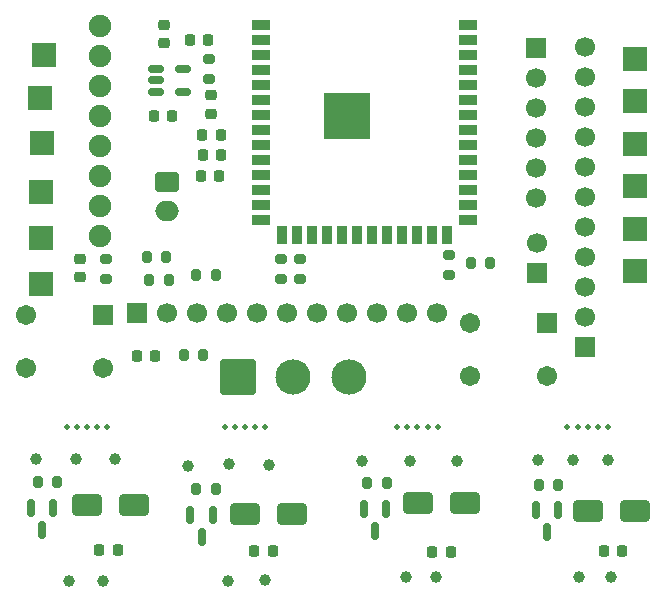
<source format=gbr>
%TF.GenerationSoftware,KiCad,Pcbnew,9.0.6*%
%TF.CreationDate,2025-11-30T21:08:30+05:30*%
%TF.ProjectId,Mini_Drone,4d696e69-5f44-4726-9f6e-652e6b696361,rev?*%
%TF.SameCoordinates,Original*%
%TF.FileFunction,Soldermask,Top*%
%TF.FilePolarity,Negative*%
%FSLAX46Y46*%
G04 Gerber Fmt 4.6, Leading zero omitted, Abs format (unit mm)*
G04 Created by KiCad (PCBNEW 9.0.6) date 2025-11-30 21:08:30*
%MOMM*%
%LPD*%
G01*
G04 APERTURE LIST*
G04 Aperture macros list*
%AMRoundRect*
0 Rectangle with rounded corners*
0 $1 Rounding radius*
0 $2 $3 $4 $5 $6 $7 $8 $9 X,Y pos of 4 corners*
0 Add a 4 corners polygon primitive as box body*
4,1,4,$2,$3,$4,$5,$6,$7,$8,$9,$2,$3,0*
0 Add four circle primitives for the rounded corners*
1,1,$1+$1,$2,$3*
1,1,$1+$1,$4,$5*
1,1,$1+$1,$6,$7*
1,1,$1+$1,$8,$9*
0 Add four rect primitives between the rounded corners*
20,1,$1+$1,$2,$3,$4,$5,0*
20,1,$1+$1,$4,$5,$6,$7,0*
20,1,$1+$1,$6,$7,$8,$9,0*
20,1,$1+$1,$8,$9,$2,$3,0*%
G04 Aperture macros list end*
%ADD10C,1.000000*%
%ADD11RoundRect,0.200000X0.275000X-0.200000X0.275000X0.200000X-0.275000X0.200000X-0.275000X-0.200000X0*%
%ADD12R,2.000000X2.000000*%
%ADD13RoundRect,0.225000X-0.225000X-0.250000X0.225000X-0.250000X0.225000X0.250000X-0.225000X0.250000X0*%
%ADD14RoundRect,0.150000X-0.512500X-0.150000X0.512500X-0.150000X0.512500X0.150000X-0.512500X0.150000X0*%
%ADD15C,0.500000*%
%ADD16RoundRect,0.225000X0.225000X0.250000X-0.225000X0.250000X-0.225000X-0.250000X0.225000X-0.250000X0*%
%ADD17RoundRect,0.200000X-0.275000X0.200000X-0.275000X-0.200000X0.275000X-0.200000X0.275000X0.200000X0*%
%ADD18RoundRect,0.218750X-0.218750X-0.256250X0.218750X-0.256250X0.218750X0.256250X-0.218750X0.256250X0*%
%ADD19RoundRect,0.225000X-0.250000X0.225000X-0.250000X-0.225000X0.250000X-0.225000X0.250000X0.225000X0*%
%ADD20RoundRect,0.102000X0.754000X0.754000X-0.754000X0.754000X-0.754000X-0.754000X0.754000X-0.754000X0*%
%ADD21C,1.712000*%
%ADD22RoundRect,0.200000X-0.200000X-0.275000X0.200000X-0.275000X0.200000X0.275000X-0.200000X0.275000X0*%
%ADD23RoundRect,0.250000X-0.750000X0.600000X-0.750000X-0.600000X0.750000X-0.600000X0.750000X0.600000X0*%
%ADD24O,2.000000X1.700000*%
%ADD25R,1.500000X0.900000*%
%ADD26R,0.900000X1.500000*%
%ADD27C,0.600000*%
%ADD28R,3.900000X3.900000*%
%ADD29RoundRect,0.200000X0.200000X0.275000X-0.200000X0.275000X-0.200000X-0.275000X0.200000X-0.275000X0*%
%ADD30RoundRect,0.102000X-1.387500X-1.387500X1.387500X-1.387500X1.387500X1.387500X-1.387500X1.387500X0*%
%ADD31C,2.979000*%
%ADD32RoundRect,0.150000X-0.150000X0.587500X-0.150000X-0.587500X0.150000X-0.587500X0.150000X0.587500X0*%
%ADD33RoundRect,0.225000X0.250000X-0.225000X0.250000X0.225000X-0.250000X0.225000X-0.250000X-0.225000X0*%
%ADD34RoundRect,0.250000X1.000000X0.650000X-1.000000X0.650000X-1.000000X-0.650000X1.000000X-0.650000X0*%
%ADD35R,1.700000X1.700000*%
%ADD36C,1.700000*%
%ADD37RoundRect,0.218750X-0.256250X0.218750X-0.256250X-0.218750X0.256250X-0.218750X0.256250X0.218750X0*%
%ADD38C,1.904000*%
G04 APERTURE END LIST*
D10*
%TO.C,TP4*%
X220785000Y-110167500D03*
%TD*%
D11*
%TO.C,R9*%
X213910000Y-94735000D03*
X213910000Y-93085000D03*
%TD*%
D10*
%TO.C,TP32*%
X241845000Y-119961250D03*
%TD*%
D12*
%TO.C,TP18*%
X193880000Y-75750000D03*
%TD*%
%TO.C,TP27*%
X243890000Y-83278000D03*
%TD*%
D13*
%TO.C,C9*%
X206205000Y-74540000D03*
X207755000Y-74540000D03*
%TD*%
D10*
%TO.C,TP12*%
X206076250Y-110591250D03*
%TD*%
%TO.C,TP7*%
X228875000Y-110167500D03*
%TD*%
D14*
%TO.C,U3*%
X203352500Y-76980000D03*
X203352500Y-77930000D03*
X203352500Y-78880000D03*
X205627500Y-78880000D03*
X205627500Y-76980000D03*
%TD*%
D15*
%TO.C,REF\u002A\u002A*%
X209200000Y-107250000D03*
X210050000Y-107250000D03*
X210900000Y-107250000D03*
X211750000Y-107250000D03*
X212600000Y-107250000D03*
%TD*%
D12*
%TO.C,TP21*%
X243890000Y-86872000D03*
%TD*%
D16*
%TO.C,C6*%
X242810000Y-117811250D03*
X241260000Y-117811250D03*
%TD*%
D17*
%TO.C,R1*%
X207880000Y-76135000D03*
X207880000Y-77785000D03*
%TD*%
D10*
%TO.C,TP3*%
X227065000Y-119935000D03*
%TD*%
%TO.C,TP16*%
X241625000Y-110091250D03*
%TD*%
%TO.C,TP10*%
X212556250Y-120231250D03*
%TD*%
D18*
%TO.C,D7*%
X207152500Y-86050000D03*
X208727500Y-86050000D03*
%TD*%
D15*
%TO.C,REF\u002A\u002A*%
X238200000Y-107250000D03*
X239050000Y-107250000D03*
X239900000Y-107250000D03*
X240750000Y-107250000D03*
X241600000Y-107250000D03*
%TD*%
D17*
%TO.C,R3*%
X215530000Y-93055000D03*
X215530000Y-94705000D03*
%TD*%
D19*
%TO.C,C2*%
X204000000Y-73225000D03*
X204000000Y-74775000D03*
%TD*%
D10*
%TO.C,TP11*%
X193225000Y-109981250D03*
%TD*%
D12*
%TO.C,TP25*%
X243890000Y-90466000D03*
%TD*%
D10*
%TO.C,TP1*%
X198865000Y-120281250D03*
%TD*%
D16*
%TO.C,C4*%
X213241250Y-117781250D03*
X211691250Y-117781250D03*
%TD*%
D20*
%TO.C,S1*%
X236450000Y-98450000D03*
D21*
X229950000Y-98450000D03*
X236450000Y-102950000D03*
X229950000Y-102950000D03*
%TD*%
D22*
%TO.C,R14*%
X206775000Y-94400000D03*
X208425000Y-94400000D03*
%TD*%
D12*
%TO.C,TP29*%
X243890000Y-94060000D03*
%TD*%
%TO.C,TP22*%
X193570000Y-79420000D03*
%TD*%
D23*
%TO.C,J3*%
X204300000Y-86500000D03*
D24*
X204300000Y-89000000D03*
%TD*%
D25*
%TO.C,U1*%
X212250000Y-73240000D03*
X212250000Y-74510000D03*
X212250000Y-75780000D03*
X212250000Y-77050000D03*
X212250000Y-78320000D03*
X212250000Y-79590000D03*
X212250000Y-80860000D03*
X212250000Y-82130000D03*
X212250000Y-83400000D03*
X212250000Y-84670000D03*
X212250000Y-85940000D03*
X212250000Y-87210000D03*
X212250000Y-88480000D03*
X212250000Y-89750000D03*
D26*
X214015000Y-91000000D03*
X215285000Y-91000000D03*
X216555000Y-91000000D03*
X217825000Y-91000000D03*
X219095000Y-91000000D03*
X220365000Y-91000000D03*
X221635000Y-91000000D03*
X222905000Y-91000000D03*
X224175000Y-91000000D03*
X225445000Y-91000000D03*
X226715000Y-91000000D03*
X227985000Y-91000000D03*
D25*
X229750000Y-89750000D03*
X229750000Y-88480000D03*
X229750000Y-87210000D03*
X229750000Y-85940000D03*
X229750000Y-84670000D03*
X229750000Y-83400000D03*
X229750000Y-82130000D03*
X229750000Y-80860000D03*
X229750000Y-79590000D03*
X229750000Y-78320000D03*
X229750000Y-77050000D03*
X229750000Y-75780000D03*
X229750000Y-74510000D03*
X229750000Y-73240000D03*
D27*
X218100000Y-80260000D03*
X218100000Y-81660000D03*
X218800000Y-79560000D03*
X218800000Y-80960000D03*
X218800000Y-82360000D03*
X219500000Y-80260000D03*
D28*
X219500000Y-80960000D03*
D27*
X219500000Y-81660000D03*
X220200000Y-79560000D03*
X220200000Y-80960000D03*
X220200000Y-82360000D03*
X220900000Y-80260000D03*
X220900000Y-81660000D03*
%TD*%
D16*
%TO.C,C1*%
X228300000Y-117825000D03*
X226750000Y-117825000D03*
%TD*%
D29*
%TO.C,R5*%
X222905000Y-111986250D03*
X221255000Y-111986250D03*
%TD*%
D15*
%TO.C,REF\u002A\u002A*%
X223800000Y-107250000D03*
X224650000Y-107250000D03*
X225500000Y-107250000D03*
X226350000Y-107250000D03*
X227200000Y-107250000D03*
%TD*%
D29*
%TO.C,R7*%
X237405000Y-112181250D03*
X235755000Y-112181250D03*
%TD*%
D30*
%TO.C,S2*%
X210300000Y-103000000D03*
D31*
X215000000Y-103000000D03*
X219700000Y-103000000D03*
%TD*%
D29*
%TO.C,R4*%
X194992500Y-111957500D03*
X193342500Y-111957500D03*
%TD*%
D32*
%TO.C,Q3*%
X208166250Y-114703750D03*
X206266250Y-114703750D03*
X207216250Y-116578750D03*
%TD*%
D29*
%TO.C,R6*%
X208405000Y-112481250D03*
X206755000Y-112481250D03*
%TD*%
D22*
%TO.C,R12*%
X202575000Y-92900000D03*
X204225000Y-92900000D03*
%TD*%
D12*
%TO.C,TP23*%
X243890000Y-79684000D03*
%TD*%
D33*
%TO.C,C8*%
X207990000Y-80735000D03*
X207990000Y-79185000D03*
%TD*%
D10*
%TO.C,TP31*%
X239185000Y-119961250D03*
%TD*%
D11*
%TO.C,R11*%
X199100000Y-94725000D03*
X199100000Y-93075000D03*
%TD*%
D12*
%TO.C,TP28*%
X193650000Y-91264000D03*
%TD*%
D17*
%TO.C,R8*%
X228190000Y-92745000D03*
X228190000Y-94395000D03*
%TD*%
D32*
%TO.C,Q1*%
X194665000Y-114153750D03*
X192765000Y-114153750D03*
X193715000Y-116028750D03*
%TD*%
D10*
%TO.C,TP8*%
X209516250Y-110431250D03*
%TD*%
D18*
%TO.C,D1*%
X207302500Y-84200000D03*
X208877500Y-84200000D03*
%TD*%
D10*
%TO.C,TP14*%
X212956250Y-110481250D03*
%TD*%
%TO.C,TP2*%
X224830000Y-110167500D03*
%TD*%
%TO.C,TP6*%
X224545000Y-119935000D03*
%TD*%
%TO.C,TP13*%
X209426250Y-120291250D03*
%TD*%
D12*
%TO.C,TP24*%
X193650000Y-95190000D03*
%TD*%
D34*
%TO.C,D4*%
X243905000Y-114371250D03*
X239905000Y-114371250D03*
%TD*%
D32*
%TO.C,Q2*%
X222865000Y-114227500D03*
X220965000Y-114227500D03*
X221915000Y-116102500D03*
%TD*%
D35*
%TO.C,J8*%
X201760000Y-97590000D03*
D36*
X204300000Y-97590000D03*
X206840000Y-97590000D03*
X209380000Y-97590000D03*
X211920000Y-97590000D03*
X214460000Y-97590000D03*
X217000000Y-97590000D03*
X219540000Y-97590000D03*
X222080000Y-97590000D03*
X224620000Y-97590000D03*
X227160000Y-97590000D03*
%TD*%
D10*
%TO.C,TP5*%
X195985000Y-120281250D03*
%TD*%
D12*
%TO.C,TP26*%
X193670000Y-83250000D03*
%TD*%
D35*
%TO.C,J7*%
X239650000Y-100470000D03*
D36*
X239650000Y-97930000D03*
X239650000Y-95390000D03*
X239650000Y-92850000D03*
X239650000Y-90310000D03*
X239650000Y-87770000D03*
X239650000Y-85230000D03*
X239650000Y-82690000D03*
X239650000Y-80150000D03*
X239650000Y-77610000D03*
X239650000Y-75070000D03*
%TD*%
D20*
%TO.C,S3*%
X198850000Y-97750000D03*
D21*
X192350000Y-97750000D03*
X198850000Y-102250000D03*
X192350000Y-102250000D03*
%TD*%
D10*
%TO.C,TP17*%
X235695000Y-110091250D03*
%TD*%
D35*
%TO.C,J1*%
X235590000Y-94200000D03*
D36*
X235590000Y-91660000D03*
%TD*%
D34*
%TO.C,D6*%
X201492500Y-113867500D03*
X197492500Y-113867500D03*
%TD*%
D10*
%TO.C,TP15*%
X238660000Y-110091250D03*
%TD*%
D37*
%TO.C,D9*%
X196900000Y-93032500D03*
X196900000Y-94607500D03*
%TD*%
D10*
%TO.C,TP9*%
X196565000Y-109981250D03*
%TD*%
D12*
%TO.C,TP20*%
X243890000Y-76090000D03*
%TD*%
D16*
%TO.C,C5*%
X200110000Y-117681250D03*
X198560000Y-117681250D03*
%TD*%
D34*
%TO.C,D2*%
X229502500Y-113676250D03*
X225502500Y-113676250D03*
%TD*%
D18*
%TO.C,D8*%
X201727500Y-101240000D03*
X203302500Y-101240000D03*
%TD*%
D22*
%TO.C,R13*%
X202775000Y-94800000D03*
X204425000Y-94800000D03*
%TD*%
D15*
%TO.C,REF\u002A\u002A*%
X195800000Y-107250000D03*
X196650000Y-107250000D03*
X197500000Y-107250000D03*
X198350000Y-107250000D03*
X199200000Y-107250000D03*
%TD*%
D29*
%TO.C,R2*%
X231675000Y-93400000D03*
X230025000Y-93400000D03*
%TD*%
D34*
%TO.C,D3*%
X214853750Y-114612500D03*
X210853750Y-114612500D03*
%TD*%
D10*
%TO.C,TP30*%
X199905000Y-109981250D03*
%TD*%
D12*
%TO.C,TP19*%
X193650000Y-87338000D03*
%TD*%
D18*
%TO.C,D5*%
X207282500Y-82590000D03*
X208857500Y-82590000D03*
%TD*%
D35*
%TO.C,J4*%
X235500000Y-75150000D03*
D36*
X235500000Y-77690000D03*
X235500000Y-80230000D03*
X235500000Y-82770000D03*
X235500000Y-85310000D03*
X235500000Y-87850000D03*
%TD*%
D32*
%TO.C,Q4*%
X237395000Y-114273750D03*
X235495000Y-114273750D03*
X236445000Y-116148750D03*
%TD*%
D22*
%TO.C,R10*%
X205700000Y-101200000D03*
X207350000Y-101200000D03*
%TD*%
D16*
%TO.C,C3*%
X204755000Y-80950000D03*
X203205000Y-80950000D03*
%TD*%
D38*
%TO.C,U2*%
X198602500Y-75832500D03*
X198602500Y-88532500D03*
X198602500Y-73292500D03*
X198602500Y-85992500D03*
X198602500Y-83452500D03*
X198602500Y-91072500D03*
X198602500Y-78372500D03*
X198602500Y-80912500D03*
%TD*%
M02*

</source>
